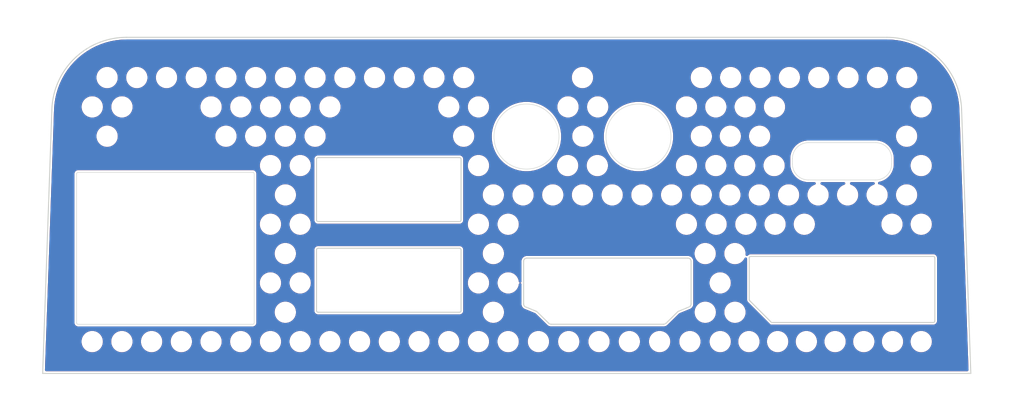
<source format=kicad_pcb>
(kicad_pcb (version 20241229) (generator "pcbnew") (generator_version "9.0")
  (title_block (title "Rear Panel") (date "2025-07-30") (rev "V1.2") (company "Diode Drop Designs"))
  (layers (0 "F.Cu" signal) (2 "B.Cu" signal) (13 "F.Paste" user) (15 "B.Paste" user) (5 "F.SilkS" user "F.Silkscreen") (7 "B.SilkS" user "B.Silkscreen") (1 "F.Mask" user) (3 "B.Mask" user) (25 "Edge.Cuts" user))
  (net 0 "")
  (footprint "" (layer "F.Cu") (at 169.894286 95.67)
    (property "Reference" "256" (hide yes))
    (property "Value" "")
    (pad "" np_thru_hole circle (at 0 0.35) (size 1.5 1.5) (drill 1.5) (layers "*.Cu" "*.Mask"))
  )
  (footprint "" (layer "F.Cu") (at 109.825 70.92)
    (property "Reference" "182" (hide yes))
    (property "Value" "")
    (pad "" np_thru_hole circle (at 0 0.35) (size 1.5 1.5) (drill 1.5) (layers "*.Cu" "*.Mask"))
  )
  (footprint "" (layer "F.Cu") (at 140.46 76.42)
    (property "Reference" "231" (hide yes))
    (property "Value" "")
    (pad "" np_thru_hole circle (at 0 0.35) (size 1.5 1.5) (drill 1.5) (layers "*.Cu" "*.Mask"))
  )
  (footprint "" (layer "F.Cu") (at 125.1375 84.67)
    (property "Reference" "219" (hide yes))
    (property "Value" "")
    (pad "" np_thru_hole circle (at 0 0.35) (size 1.5 1.5) (drill 1.5) (layers "*.Cu" "*.Mask"))
  )
  (footprint "" (layer "F.Cu") (at 153.151857 95.67)
    (property "Reference" "227" (hide yes))
    (property "Value" "")
    (pad "" np_thru_hole circle (at 0 0.35) (size 1.5 1.5) (drill 1.5) (layers "*.Cu" "*.Mask"))
  )
  (footprint "" (layer "F.Cu") (at 179.246 70.92)
    (property "Reference" "237" (hide yes))
    (property "Value" "")
    (pad "" np_thru_hole circle (at 0 0.35) (size 1.5 1.5) (drill 1.5) (layers "*.Cu" "*.Mask"))
  )
  (footprint "" (layer "F.Cu") (at 166.812875 79.17)
    (property "Reference" "230" (hide yes))
    (property "Value" "")
    (pad "" np_thru_hole circle (at 0 0.35) (size 1.5 1.5) (drill 1.5) (layers "*.Cu" "*.Mask"))
  )
  (footprint "" (layer "F.Cu") (at 125.1375 90.17)
    (property "Reference" "167" (hide yes))
    (property "Value" "")
    (pad "" np_thru_hole circle (at 0 0.35) (size 1.5 1.5) (drill 1.5) (layers "*.Cu" "*.Mask"))
  )
  (footprint "" (layer "F.Cu") (at 119.5675 95.67)
    (property "Reference" "273" (hide yes))
    (property "Value" "")
    (pad "" np_thru_hole circle (at 0 0.35) (size 1.5 1.5) (drill 1.5) (layers "*.Cu" "*.Mask"))
  )
  (footprint "" (layer "F.Cu") (at 116.7875 73.67)
    (property "Reference" "187" (hide yes))
    (property "Value" "")
    (pad "" np_thru_hole circle (at 0 0.35) (size 1.5 1.5) (drill 1.5) (layers "*.Cu" "*.Mask"))
  )
  (footprint "" (layer "F.Cu") (at 161.3475 79.17)
    (property "Reference" "253" (hide yes))
    (property "Value" "")
    (pad "" np_thru_hole circle (at 0 0.35) (size 1.5 1.5) (drill 1.5) (layers "*.Cu" "*.Mask"))
  )
  (footprint "LOGO" (layer "F.Cu") (at 153.932 85.91)
    (property "Reference" "G***" (hide yes))
    (property "Value" "LOGO" (hide yes))
  )
  (footprint "" (layer "F.Cu") (at 164.098125 73.67)
    (property "Reference" "239" (hide yes))
    (property "Value" "")
    (pad "" np_thru_hole circle (at 0 0.35) (size 1.5 1.5) (drill 1.5) (layers "*.Cu" "*.Mask"))
  )
  (footprint "" (layer "F.Cu") (at 122.3575 79.17)
    (property "Reference" "166" (hide yes))
    (property "Value" "")
    (pad "" np_thru_hole circle (at 0 0.35) (size 1.5 1.5) (drill 1.5) (layers "*.Cu" "*.Mask"))
  )
  (footprint "" (layer "F.Cu") (at 154.385 81.92)
    (property "Reference" "145" (hide yes))
    (property "Value" "")
    (pad "" np_thru_hole circle (at 0 0.35) (size 1.5 1.5) (drill 1.5) (layers "*.Cu" "*.Mask"))
  )
  (footprint "" (layer "F.Cu") (at 144.6325 84.67)
    (property "Reference" "248" (hide yes))
    (property "Value" "")
    (pad "" np_thru_hole circle (at 0 0.35) (size 1.5 1.5) (drill 1.5) (layers "*.Cu" "*.Mask"))
  )
  (footprint "" (layer "F.Cu") (at 176.495 70.92)
    (property "Reference" "236" (hide yes))
    (property "Value" "")
    (pad "" np_thru_hole circle (at 0 0.35) (size 1.5 1.5) (drill 1.5) (layers "*.Cu" "*.Mask"))
  )
  (footprint "" (layer "F.Cu") (at 105.6475 73.67)
    (property "Reference" "191" (hide yes))
    (property "Value" "")
    (pad "" np_thru_hole circle (at 0 0.35) (size 1.5 1.5) (drill 1.5) (layers "*.Cu" "*.Mask"))
  )
  (footprint "" (layer "F.Cu") (at 141.8475 95.67)
    (property "Reference" "214" (hide yes))
    (property "Value" "")
    (pad "" np_thru_hole circle (at 0 0.35) (size 1.5 1.5) (drill 1.5) (layers "*.Cu" "*.Mask"))
  )
  (footprint "" (layer "F.Cu") (at 161.3475 73.67)
    (property "Reference" "238" (hide yes))
    (property "Value" "")
    (pad "" np_thru_hole circle (at 0 0.35) (size 1.5 1.5) (drill 1.5) (layers "*.Cu" "*.Mask"))
  )
  (footprint "" (layer "F.Cu") (at 125.1375 95.67)
    (property "Reference" "201" (hide yes))
    (property "Value" "")
    (pad "" np_thru_hole circle (at 0 0.35) (size 1.5 1.5) (drill 1.5) (layers "*.Cu" "*.Mask"))
  )
  (footprint "" (layer "F.Cu") (at 173.744 70.92)
    (property "Reference" "234" (hide yes))
    (property "Value" "")
    (pad "" np_thru_hole circle (at 0 0.35) (size 1.5 1.5) (drill 1.5) (layers "*.Cu" "*.Mask"))
  )
  (footprint "" (layer "F.Cu") (at 143.245 81.92)
    (property "Reference" "143" (hide yes))
    (property "Value" "")
    (pad "" np_thru_hole circle (at 0 0.35) (size 1.5 1.5) (drill 1.5) (layers "*.Cu" "*.Mask"))
  )
  (footprint "" (layer "F.Cu") (at 180.660857 95.67)
    (property "Reference" "262" (hide yes))
    (property "Value" "")
    (pad "" np_thru_hole circle (at 0 0.35) (size 1.5 1.5) (drill 1.5) (layers "*.Cu" "*.Mask"))
  )
  (footprint "" (layer "F.Cu") (at 143.245 87.42)
    (property "Reference" "225" (hide yes))
    (property "Value" "")
    (pad "" np_thru_hole circle (at 0 0.35) (size 1.5 1.5) (drill 1.5) (layers "*.Cu" "*.Mask"))
  )
  (footprint "" (layer "F.Cu") (at 141.8525 90.17)
    (property "Reference" "166" (hide yes))
    (property "Value" "")
    (pad "" np_thru_hole circle (at 0 0.35) (size 1.5 1.5) (drill 1.5) (layers "*.Cu" "*.Mask"))
  )
  (footprint "" (layer "F.Cu") (at 169.6525 84.67)
    (property "Reference" "267" (hide yes))
    (property "Value" "")
    (pad "" np_thru_hole circle (at 0 0.35) (size 1.5 1.5) (drill 1.5) (layers "*.Cu" "*.Mask"))
  )
  (footprint "" (layer "F.Cu") (at 151.635 76.42)
    (property "Reference" "194" (hide yes))
    (property "Value" "")
    (pad "" np_thru_hole circle (at 0 0.35) (size 1.5 1.5) (drill 1.5) (layers "*.Cu" "*.Mask"))
  )
  (footprint "" (layer "F.Cu") (at 112.61 70.92)
    (property "Reference" "180" (hide yes))
    (property "Value" "")
    (pad "" np_thru_hole circle (at 0 0.35) (size 1.5 1.5) (drill 1.5) (layers "*.Cu" "*.Mask"))
  )
  (footprint "" (layer "F.Cu") (at 119.5725 73.67)
    (property "Reference" "186" (hide yes))
    (property "Value" "")
    (pad "" np_thru_hole circle (at 0 0.35) (size 1.5 1.5) (drill 1.5) (layers "*.Cu" "*.Mask"))
  )
  (footprint "" (layer "F.Cu") (at 134.895 70.92)
    (property "Reference" "203" (hide yes))
    (property "Value" "")
    (pad "" np_thru_hole circle (at 0 0.35) (size 1.5 1.5) (drill 1.5) (layers "*.Cu" "*.Mask"))
  )
  (footprint "" (layer "F.Cu") (at 122.3575 73.67)
    (property "Reference" "185" (hide yes))
    (property "Value" "")
    (pad "" np_thru_hole circle (at 0 0.35) (size 1.5 1.5) (drill 1.5) (layers "*.Cu" "*.Mask"))
  )
  (footprint "" (layer "F.Cu") (at 150.312071 95.67)
    (property "Reference" "222" (hide yes))
    (property "Value" "")
    (pad "" np_thru_hole circle (at 0 0.35) (size 1.5 1.5) (drill 1.5) (layers "*.Cu" "*.Mask"))
  )
  (footprint "" (layer "F.Cu") (at 157.17 81.92)
    (property "Reference" "146" (hide yes))
    (property "Value" "")
    (pad "" np_thru_hole circle (at 0 0.35) (size 1.5 1.5) (drill 1.5) (layers "*.Cu" "*.Mask"))
  )
  (footprint "" (layer "F.Cu") (at 165.8935 92.92)
    (property "Reference" "266" (hide yes))
    (property "Value" "")
    (pad "" np_thru_hole circle (at 0 0.35) (size 1.5 1.5) (drill 1.5) (layers "*.Cu" "*.Mask"))
  )
  (footprint "" (layer "F.Cu") (at 127.9225 95.67)
    (property "Reference" "209" (hide yes))
    (property "Value" "")
    (pad "" np_thru_hole circle (at 0 0.35) (size 1.5 1.5) (drill 1.5) (layers "*.Cu" "*.Mask"))
  )
  (footprint "" (layer "F.Cu") (at 120.965 76.42)
    (property "Reference" "195" (hide yes))
    (property "Value" "")
    (pad "" np_thru_hole circle (at 0 0.35) (size 1.5 1.5) (drill 1.5) (layers "*.Cu" "*.Mask"))
  )
  (footprint "" (layer "F.Cu") (at 126.535 76.42)
    (property "Reference" "217" (hide yes))
    (property "Value" "")
    (pad "" np_thru_hole circle (at 0 0.35) (size 1.5 1.5) (drill 1.5) (layers "*.Cu" "*.Mask"))
  )
  (footprint "LOGO" (layer "F.Cu") (at 175.93 85.560033)
    (property "Reference" "G***" (hide yes))
    (property "Value" "LOGO" (hide yes))
  )
  (footprint "" (layer "F.Cu") (at 169.5635 79.17)
    (property "Reference" "230" (hide yes))
    (property "Value" "")
    (pad "" np_thru_hole circle (at 0 0.35) (size 1.5 1.5) (drill 1.5) (layers "*.Cu" "*.Mask"))
  )
  (footprint "" (layer "F.Cu") (at 143.245 92.92)
    (property "Reference" "158" (hide yes))
    (property "Value" "")
    (pad "" np_thru_hole circle (at 0 0.35) (size 1.5 1.5) (drill 1.5) (layers "*.Cu" "*.Mask"))
  )
  (footprint "" (layer "F.Cu") (at 151.6 70.92)
    (property "Reference" "216" (hide yes))
    (property "Value" "")
    (pad "" np_thru_hole circle (at 0 0.35) (size 1.5 1.5) (drill 1.5) (layers "*.Cu" "*.Mask"))
  )
  (footprint "" (layer "F.Cu") (at 140.465 70.92)
    (property "Reference" "207" (hide yes))
    (property "Value" "")
    (pad "" np_thru_hole circle (at 0 0.35) (size 1.5 1.5) (drill 1.5) (layers "*.Cu" "*.Mask"))
  )
  (footprint "" (layer "F.Cu") (at 168.206125 76.42)
    (property "Reference" "230" (hide yes))
    (property "Value" "")
    (pad "" np_thru_hole circle (at 0 0.35) (size 1.5 1.5) (drill 1.5) (layers "*.Cu" "*.Mask"))
  )
  (footprint "" (layer "F.Cu") (at 172.585929 95.67)
    (property "Reference" "259" (hide yes))
    (property "Value" "")
    (pad "" np_thru_hole circle (at 0 0.35) (size 1.5 1.5) (drill 1.5) (layers "*.Cu" "*.Mask"))
  )
  (footprint "" (layer "F.Cu") (at 147.472286 95.67)
    (property "Reference" "220" (hide yes))
    (property "Value" "")
    (pad "" np_thru_hole circle (at 0 0.35) (size 1.5 1.5) (drill 1.5) (layers "*.Cu" "*.Mask"))
  )
  (footprint "" (layer "F.Cu") (at 170.920875 81.92)
    (property "Reference" "263" (hide yes))
    (property "Value" "")
    (pad "" np_thru_hole circle (at 0 0.35) (size 1.5 1.5) (drill 1.5) (layers "*.Cu" "*.Mask"))
  )
  (footprint "" (layer "F.Cu") (at 163.1035 87.42)
    (property "Reference" "265" (hide yes))
    (property "Value" "")
    (pad "" np_thru_hole circle (at 0 0.35) (size 1.5 1.5) (drill 1.5) (layers "*.Cu" "*.Mask"))
  )
  (footprint "" (layer "F.Cu") (at 175.277571 95.67)
    (property "Reference" "260" (hide yes))
    (property "Value" "")
    (pad "" np_thru_hole circle (at 0 0.35) (size 1.5 1.5) (drill 1.5) (layers "*.Cu" "*.Mask"))
  )
  (footprint "" (layer "F.Cu") (at 162.74 70.92)
    (property "Reference" "226" (hide yes))
    (property "Value" "")
    (pad "" np_thru_hole circle (at 0 0.35) (size 1.5 1.5) (drill 1.5) (layers "*.Cu" "*.Mask"))
  )
  (footprint "" (layer "F.Cu") (at 108.4275 95.67)
    (property "Reference" "279" (hide yes))
    (property "Value" "")
    (pad "" np_thru_hole circle (at 0 0.35) (size 1.5 1.5) (drill 1.5) (layers "*.Cu" "*.Mask"))
  )
  (footprint "" (layer "F.Cu") (at 180.6125 84.67)
    (property "Reference" "268" (hide yes))
    (property "Value" "")
    (pad "" np_thru_hole circle (at 0 0.35) (size 1.5 1.5) (drill 1.5) (layers "*.Cu" "*.Mask"))
  )
  (footprint "" (layer "F.Cu") (at 141.8525 79.17)
    (property "Reference" "235" (hide yes))
    (property "Value" "")
    (pad "" np_thru_hole circle (at 0 0.35) (size 1.5 1.5) (drill 1.5) (layers "*.Cu" "*.Mask"))
  )
  (footprint "" (layer "F.Cu") (at 165.419625 81.92)
    (property "Reference" "240" (hide yes))
    (property "Value" "")
    (pad "" np_thru_hole circle (at 0 0.35) (size 1.5 1.5) (drill 1.5) (layers "*.Cu" "*.Mask"))
  )
  (footprint "" (layer "F.Cu") (at 179.217094 81.92)
    (property "Reference" "241" (hide yes))
    (property "Value" "")
    (pad "" np_thru_hole circle (at 0 0.35) (size 1.5 1.5) (drill 1.5) (layers "*.Cu" "*.Mask"))
  )
  (footprint "" (layer "F.Cu") (at 150.2075 79.17)
    (property "Reference" "244" (hide yes))
    (property "Value" "")
    (pad "" np_thru_hole circle (at 0 0.35) (size 1.5 1.5) (drill 1.5) (layers "*.Cu" "*.Mask"))
  )
  (footprint "" (layer "F.Cu") (at 181.997 70.92)
    (property "Reference" "258" (hide yes))
    (property "Value" "")
    (pad "" np_thru_hole circle (at 0 0.35) (size 1.5 1.5) (drill 1.5) (layers "*.Cu" "*.Mask"))
  )
  (footprint "" (layer "F.Cu") (at 132.11 70.92)
    (property "Reference" "199" (hide yes))
    (property "Value" "")
    (pad "" np_thru_hole circle (at 0 0.35) (size 1.5 1.5) (drill 1.5) (layers "*.Cu" "*.Mask"))
  )
  (footprint "LOGO" (layer "F.Cu") (at 112.265 76.923)
    (property "Reference" "G***" (hide yes))
    (property "Value" "LOGO" (hide yes))
  )
  (footprint "" (layer "F.Cu") (at 168.17025 81.92)
    (property "Reference" "240" (hide yes))
    (property "Value" "")
    (pad "" np_thru_hole circle (at 0 0.35) (size 1.5 1.5) (drill 1.5) (layers "*.Cu" "*.Mask"))
  )
  (footprint "" (layer "F.Cu") (at 164.511 95.67)
    (property "Reference" "252" (hide yes))
    (property "Value" "")
    (pad "" np_thru_hole circle (at 0 0.35) (size 1.5 1.5) (drill 1.5) (layers "*.Cu" "*.Mask"))
  )
  (footprint "" (layer "F.Cu") (at 137.68 70.92)
    (property "Reference" "205" (hide yes))
    (property "Value" "")
    (pad "" np_thru_hole circle (at 0 0.35) (size 1.5 1.5) (drill 1.5) (layers "*.Cu" "*.Mask"))
  )
  (footprint "" (layer "F.Cu") (at 107.04 70.92)
    (property "Reference" "184" (hide yes))
    (property "Value" "")
    (pad "" np_thru_hole circle (at 0 0.35) (size 1.5 1.5) (drill 1.5) (layers "*.Cu" "*.Mask"))
  )
  (footprint "" (layer "F.Cu") (at 148.815 81.92)
    (property "Reference" "141" (hide yes))
    (property "Value" "")
    (pad "" np_thru_hole circle (at 0 0.35) (size 1.5 1.5) (drill 1.5) (layers "*.Cu" "*.Mask"))
  )
  (footprint "" (layer "F.Cu") (at 105.6425 95.67)
    (property "Reference" "280" (hide yes))
    (property "Value" "")
    (pad "" np_thru_hole circle (at 0 0.35) (size 1.5 1.5) (drill 1.5) (layers "*.Cu" "*.Mask"))
  )
  (footprint "" (layer "F.Cu") (at 123.755 70.92)
    (property "Reference" "188" (hide yes))
    (property "Value" "")
    (pad "" np_thru_hole circle (at 0 0.35) (size 1.5 1.5) (drill 1.5) (layers "*.Cu" "*.Mask"))
  )
  (footprint "LOGO" (layer "F.Cu") (at 146.35 70.79)
    (property "Reference" "G***" (hide yes))
    (property "Value" "LOGO" (hide yes))
  )
  (footprint "" (layer "F.Cu") (at 122.3525 84.67)
    (property "Reference" "170" (hide yes))
    (property "Value" "")
    (pad "" np_thru_hole circle (at 0 0.35) (size 1.5 1.5) (drill 1.5) (layers "*.Cu" "*.Mask"))
  )
  (footprint "" (layer "F.Cu") (at 164.1275 84.67)
    (property "Reference" "265" (hide yes))
    (property "Value" "")
    (pad "" np_thru_hole circle (at 0 0.35) (size 1.5 1.5) (drill 1.5) (layers "*.Cu" "*.Mask"))
  )
  (footprint "" (layer "F.Cu") (at 183.3525 73.67)
    (property "Reference" "250" (hide yes))
    (property "Value" "")
    (pad "" np_thru_hole circle (at 0 0.35) (size 1.5 1.5) (drill 1.5) (layers "*.Cu" "*.Mask"))
  )
  (footprint "" (layer "F.Cu") (at 162.74 76.42)
    (property "Reference" "249" (hide yes))
    (property "Value" "")
    (pad "" np_thru_hole circle (at 0 0.35) (size 1.5 1.5) (drill 1.5) (layers "*.Cu" "*.Mask"))
  )
  (footprint "" (layer "F.Cu") (at 144.6325 95.67)
    (property "Reference" "218" (hide yes))
    (property "Value" "")
    (pad "" np_thru_hole circle (at 0 0.35) (size 1.5 1.5) (drill 1.5) (layers "*.Cu" "*.Mask"))
  )
  (footprint "" (layer "F.Cu") (at 118.18 70.92)
    (property "Reference" "176" (hide yes))
    (property "Value" "")
    (pad "" np_thru_hole circle (at 0 0.35) (size 1.5 1.5) (drill 1.5) (layers "*.Cu" "*.Mask"))
  )
  (footprint "" (layer "F.Cu") (at 139.0625 95.67)
    (property "Reference" "213" (hide yes))
    (property "Value" "")
    (pad "" np_thru_hole circle (at 0 0.35) (size 1.5 1.5) (drill 1.5) (layers "*.Cu" "*.Mask"))
  )
  (footprint "" (layer "F.Cu") (at 141.8475 84.67)
    (property "Reference" "243" (hide yes))
    (property "Value" "")
    (pad "" np_thru_hole circle (at 0 0.35) (size 1.5 1.5) (drill 1.5) (layers "*.Cu" "*.Mask"))
  )
  (footprint "" (layer "F.Cu") (at 183.3525 79.17)
    (property "Reference" "254" (hide yes))
    (property "Value" "")
    (pad "" np_thru_hole circle (at 0 0.35) (size 1.5 1.5) (drill 1.5) (layers "*.Cu" "*.Mask"))
  )
  (footprint "" (layer "F.Cu") (at 150.2425 73.67)
    (property "Reference" "185" (hide yes))
    (property "Value" "")
    (pad "" np_thru_hole circle (at 0 0.35) (size 1.5 1.5) (drill 1.5) (layers "*.Cu" "*.Mask"))
  )
  (footprint "" (layer "F.Cu") (at 123.75 76.42)
    (property "Reference" "215" (hide yes))
    (property "Value" "")
    (pad "" np_thru_hole circle (at 0 0.35) (size 1.5 1.5) (drill 1.5) (layers "*.Cu" "*.Mask"))
  )
  (footprint "" (layer "F.Cu") (at 164.098125 79.17)
    (property "Reference" "239" (hide yes))
    (property "Value" "")
    (pad "" np_thru_hole circle (at 0 0.35) (size 1.5 1.5) (drill 1.5) (layers "*.Cu" "*.Mask"))
  )
  (footprint "" (layer "F.Cu") (at 155.991643 95.67)
    (property "Reference" "229" (hide yes))
    (property "Value" "")
    (pad "" np_thru_hole circle (at 0 0.35) (size 1.5 1.5) (drill 1.5) (layers "*.Cu" "*.Mask"))
  )
  (footprint "" (layer "F.Cu") (at 125.1425 73.67)
    (property "Reference" "172" (hide yes))
    (property "Value" "")
    (pad "" np_thru_hole circle (at 0 0.35) (size 1.5 1.5) (drill 1.5) (layers "*.Cu" "*.Mask"))
  )
  (footprint "" (layer "F.Cu") (at 170.993 70.92)
    (property "Reference" "232" (hide yes))
    (property "Value" "")
    (pad "" np_thru_hole circle (at 0 0.35) (size 1.5 1.5) (drill 1.5) (layers "*.Cu" "*.Mask"))
  )
  (footprint "LOGO" (layer "F.Cu") (at 133.45 76.267)
    (property "Reference" "G***" (hide yes))
    (property "Value" "LOGO" (hide yes))
  )
  (footprint "" (layer "F.Cu") (at 161.3425 84.67)
    (property "Reference" "264" (hide yes))
    (property "Value" "")
    (pad "" np_thru_hole circle (at 0 0.35) (size 1.5 1.5) (drill 1.5) (layers "*.Cu" "*.Mask"))
  )
  (footprint "" (layer "F.Cu") (at 176.451688 81.92)
    (property "Reference" "271" (hide yes))
    (property "Value" "")
    (pad "" np_thru_hole circle (at 0 0.35) (size 1.5 1.5) (drill 1.5) (layers "*.Cu" "*.Mask"))
  )
  (footprint "" (layer "F.Cu") (at 167.202643 95.67)
    (property "Reference" "245" (hide yes))
    (property "Value" "")
    (pad "" np_thru_hole circle (at 0 0.35) (size 1.5 1.5) (drill 1.5) (layers "*.Cu" "*.Mask"))
  )
  (footprint "" (layer "F.Cu") (at 166.84875 73.67)
    (property "Reference" "230" (hide yes))
    (property "Value" "")
    (pad "" np_thru_hole circle (at 0 0.35) (size 1.5 1.5) (drill 1.5) (layers "*.Cu" "*.Mask"))
  )
  (footprint "" (layer "F.Cu") (at 165.8885 87.42)
    (property "Reference" "266" (hide yes))
    (property "Value" "")
    (pad "" np_thru_hole circle (at 0 0.35) (size 1.5 1.5) (drill 1.5) (layers "*.Cu" "*.Mask"))
  )
  (footprint "" (layer "F.Cu") (at 122.3525 95.67)
    (property "Reference" "270" (hide yes))
    (property "Value" "")
    (pad "" np_thru_hole circle (at 0 0.35) (size 1.5 1.5) (drill 1.5) (layers "*.Cu" "*.Mask"))
  )
  (footprint "" (layer "F.Cu") (at 136.2775 95.67)
    (property "Reference" "212" (hide yes))
    (property "Value" "")
    (pad "" np_thru_hole circle (at 0 0.35) (size 1.5 1.5) (drill 1.5) (layers "*.Cu" "*.Mask"))
  )
  (footprint "LOGO" (layer "F.Cu") (at 172.435765 74.512773)
    (property "Reference" "G***" (hide yes))
    (property "Value" "LOGO" (hide yes))
  )
  (footprint "" (layer "F.Cu") (at 127.9275 73.67)
    (property "Reference" "173" (hide yes))
    (property "Value" "")
    (pad "" np_thru_hole circle (at 0 0.35) (size 1.5 1.5) (drill 1.5) (layers "*.Cu" "*.Mask"))
  )
  (footprint "" (layer "F.Cu") (at 115.395 70.92)
    (property "Reference" "178" (hide yes))
    (property "Value" "")
    (pad "" np_thru_hole circle (at 0 0.35) (size 1.5 1.5) (drill 1.5) (layers "*.Cu" "*.Mask"))
  )
  (footprint "" (layer "F.Cu") (at 168.242 70.92)
    (property "Reference" "230" (hide yes))
    (property "Value" "")
    (pad "" np_thru_hole circle (at 0 0.35) (size 1.5 1.5) (drill 1.5) (layers "*.Cu" "*.Mask"))
  )
  (footprint "" (layer "F.Cu") (at 164.506 90.17)
    (property "Reference" "252" (hide yes))
    (property "Value" "")
    (pad "" np_thru_hole circle (at 0 0.35) (size 1.5 1.5) (drill 1.5) (layers "*.Cu" "*.Mask"))
  )
  (footprint "" (layer "F.Cu") (at 177.969214 95.67)
    (property "Reference" "261" (hide yes))
    (property "Value" "")
    (pad "" np_thru_hole circle (at 0 0.35) (size 1.5 1.5) (drill 1.5) (layers "*.Cu" "*.Mask"))
  )
  (footprint "" (layer "F.Cu") (at 123.75 81.92)
    (property "Reference" "158" (hide yes))
    (property "Value" "")
    (pad "" np_thru_hole circle (at 0 0.35) (size 1.5 1.5) (drill 1.5) (layers "*.Cu" "*.Mask"))
  )
  (footprint "" (layer "F.Cu") (at 153.0275 73.67)
    (property "Reference" "171" (hide yes))
    (property "Value" "")
    (pad "" np_thru_hole circle (at 0 0.35) (size 1.5 1.5) (drill 1.5) (layers "*.Cu" "*.Mask"))
  )
  (footprint "" (layer "F.Cu") (at 172.3925 84.67)
    (property "Reference" "265" (hide yes))
    (property "Value" "")
    (pad "" np_thru_hole circle (at 0 0.35) (size 1.5 1.5) (drill 1.5) (layers "*.Cu" "*.Mask"))
  )
  (footprint "" (layer "F.Cu") (at 141.8525 73.67)
    (property "Reference" "223" (hide yes))
    (property "Value" "")
    (pad "" np_thru_hole circle (at 0 0.35) (size 1.5 1.5) (drill 1.5) (layers "*.Cu" "*.Mask"))
  )
  (footprint "" (layer "F.Cu") (at 126.535 70.92)
    (property "Reference" "193" (hide yes))
    (property "Value" "")
    (pad "" np_thru_hole circle (at 0 0.35) (size 1.5 1.5) (drill 1.5) (layers "*.Cu" "*.Mask"))
  )
  (footprint "" (layer "F.Cu") (at 163.1085 92.92)
    (property "Reference" "265" (hide yes))
    (property "Value" "")
    (pad "" np_thru_hole circle (at 0 0.35) (size 1.5 1.5) (drill 1.5) (layers "*.Cu" "*.Mask"))
  )
  (footprint "" (layer "F.Cu") (at 130.7075 95.67)
    (property "Reference" "210" (hide yes))
    (property "Value" "")
    (pad "" np_thru_hole circle (at 0 0.35) (size 1.5 1.5) (drill 1.5) (layers "*.Cu" "*.Mask"))
  )
  (footprint "" (layer "F.Cu") (at 108.4325 73.67)
    (property "Reference" "190" (hide yes))
    (property "Value" "")
    (pad "" np_thru_hole circle (at 0 0.35) (size 1.5 1.5) (drill 1.5) (layers "*.Cu" "*.Mask"))
  )
  (footprint "" (layer "F.Cu") (at 166.9125 84.67)
    (property "Reference" "266" (hide yes))
    (property "Value" "")
    (pad "" np_thru_hole circle (at 0 0.35) (size 1.5 1.5) (drill 1.5) (layers "*.Cu" "*.Mask"))
  )
  (footprint "" (layer "F.Cu") (at 181.9825 81.92)
    (property "Reference" "255" (hide yes))
    (property "Value" "")
    (pad "" np_thru_hole circle (at 0 0.35) (size 1.5 1.5) (drill 1.5) (layers "*.Cu" "*.Mask"))
  )
  (footprint "" (layer "F.Cu") (at 139.0675 73.67)
    (property "Reference" "221" (hide yes))
    (property "Value" "")
    (pad "" np_thru_hole circle (at 0 0.35) (size 1.5 1.5) (drill 1.5) (layers "*.Cu" "*.Mask"))
  )
  (footprint "" (layer "F.Cu") (at 113.9975 95.67)
    (property "Reference" "277" (hide yes))
    (property "Value" "")
    (pad "" np_thru_hole circle (at 0 0.35) (size 1.5 1.5) (drill 1.5) (layers "*.Cu" "*.Mask"))
  )
  (footprint "" (layer "F.Cu") (at 151.6 81.92)
    (property "Reference" "165" (hide yes))
    (property "Value" "")
    (pad "" np_thru_hole circle (at 0 0.35) (size 1.5 1.5) (drill 1.5) (layers "*.Cu" "*.Mask"))
  )
  (footprint "" (layer "F.Cu") (at 165.491 70.92)
    (property "Reference" "228" (hide yes))
    (property "Value" "")
    (pad "" np_thru_hole circle (at 0 0.35) (size 1.5 1.5) (drill 1.5) (layers "*.Cu" "*.Mask"))
  )
  (footprint "" (layer "F.Cu") (at 123.745 92.92)
    (property "Reference" "168" (hide yes))
    (property "Value" "")
    (pad "" np_thru_hole circle (at 0 0.35) (size 1.5 1.5) (drill 1.5) (layers "*.Cu" "*.Mask"))
  )
  (footprint "" (layer "F.Cu") (at 158.831429 95.67)
    (property "Reference" "242" (hide yes))
    (property "Value" "")
    (pad "" np_thru_hole circle (at 0 0.35) (size 1.5 1.5) (drill 1.5) (layers "*.Cu" "*.Mask"))
  )
  (footprint "" (layer "F.Cu") (at 165.4555 76.42)
    (property "Reference" "240" (hide yes))
    (property "Value" "")
    (pad "" np_thru_hole circle (at 0 0.35) (size 1.5 1.5) (drill 1.5) (layers "*.Cu" "*.Mask"))
  )
  (footprint "" (layer "F.Cu") (at 161.671214 95.67)
    (property "Reference" "233" (hide yes))
    (property "Value" "")
    (pad "" np_thru_hole circle (at 0 0.35) (size 1.5 1.5) (drill 1.5) (layers "*.Cu" "*.Mask"))
  )
  (footprint "" (layer "F.Cu") (at 116.7825 95.67)
    (property "Reference" "274" (hide yes))
    (property "Value" "")
    (pad "" np_thru_hole circle (at 0 0.35) (size 1.5 1.5) (drill 1.5) (layers "*.Cu" "*.Mask"))
  )
  (footprint "LOGO" (layer "F.Cu") (at 156.85 70.87)
    (property "Reference" "G***" (hide yes))
    (property "Value" "LOGO" (hide yes))
  )
  (footprint "" (layer "F.Cu") (at 118.18 76.42)
    (property "Reference" "196" (hide yes))
    (property "Value" "")
    (pad "" np_thru_hole circle (at 0 0.35) (size 1.5 1.5) (drill 1.5) (layers "*.Cu" "*.Mask"))
  )
  (footprint "" (layer "F.Cu") (at 159.955 81.92)
    (property "Reference" "147" (hide yes))
    (property "Value" "")
    (pad "" np_thru_hole circle (at 0 0.35) (size 1.5 1.5) (drill 1.5) (layers "*.Cu" "*.Mask"))
  )
  (footprint "" (layer "F.Cu") (at 125.1425 79.17)
    (property "Reference" "192" (hide yes))
    (property "Value" "")
    (pad "" np_thru_hole circle (at 0 0.35) (size 1.5 1.5) (drill 1.5) (layers "*.Cu" "*.Mask"))
  )
  (footprint "" (layer "F.Cu") (at 120.965 70.92)
    (property "Reference" "174" (hide yes))
    (property "Value" "")
    (pad "" np_thru_hole circle (at 0 0.35) (size 1.5 1.5) (drill 1.5) (layers "*.Cu" "*.Mask"))
  )
  (footprint "" (layer "F.Cu") (at 181.9825 76.42)
    (property "Reference" "251" (hide yes))
    (property "Value" "")
    (pad "" np_thru_hole circle (at 0 0.35) (size 1.5 1.5) (drill 1.5) (layers "*.Cu" "*.Mask"))
  )
  (footprint "" (layer "F.Cu") (at 107.04 76.42)
    (property "Reference" "200" (hide yes))
    (property "Value" "")
    (pad "" np_thru_hole circle (at 0 0.35) (size 1.5 1.5) (drill 1.5) (layers "*.Cu" "*.Mask"))
  )
  (footprint "" (layer "F.Cu") (at 123.745 87.42)
    (property "Reference" "225" (hide yes))
    (property "Value" "")
    (pad "" np_thru_hole circle (at 0 0.35) (size 1.5 1.5) (drill 1.5) (layers "*.Cu" "*.Mask"))
  )
  (footprint "" (layer "F.Cu") (at 169.599375 73.67)
    (property "Reference" "241" (hide yes))
    (property "Value" "")
    (pad "" np_thru_hole circle (at 0 0.35) (size 1.5 1.5) (drill 1.5) (layers "*.Cu" "*.Mask"))
  )
  (footprint "" (layer "F.Cu") (at 146.03 81.92)
    (property "Reference" "142" (hide yes))
    (property "Value" "")
    (pad "" np_thru_hole circle (at 0 0.35) (size 1.5 1.5) (drill 1.5) (layers "*.Cu" "*.Mask"))
  )
  (footprint "" (layer "F.Cu") (at 183.3525 95.67)
    (property "Reference" "246" (hide yes))
    (property "Value" "")
    (pad "" np_thru_hole circle (at 0 0.35) (size 1.5 1.5) (drill 1.5) (layers "*.Cu" "*.Mask"))
  )
  (footprint "" (layer "F.Cu") (at 133.4925 95.67)
    (property "Reference" "211" (hide yes))
    (property "Value" "")
    (pad "" np_thru_hole circle (at 0 0.35) (size 1.5 1.5) (drill 1.5) (layers "*.Cu" "*.Mask"))
  )
  (footprint "" (layer "F.Cu") (at 162.74 81.92)
    (property "Reference" "148" (hide yes))
    (property "Value" "")
    (pad "" np_thru_hole circle (at 0 0.35) (size 1.5 1.5) (drill 1.5) (layers "*.Cu" "*.Mask"))
  )
  (footprint "" (layer "F.Cu") (at 183.3525 84.67)
    (property "Reference" "257" (hide yes))
    (property "Value" "")
    (pad "" np_thru_hole circle (at 0 0.35) (size 1.5 1.5) (drill 1.5) (layers "*.Cu" "*.Mask"))
  )
  (footprint "" (layer "F.Cu") (at 111.2125 95.67)
    (property "Reference" "278" (hide yes))
    (property "Value" "")
    (pad "" np_thru_hole circle (at 0 0.35) (size 1.5 1.5) (drill 1.5) (layers "*.Cu" "*.Mask"))
  )
  (footprint "" (layer "F.Cu") (at 152.9925 79.17)
    (property "Reference" "247" (hide yes))
    (property "Value" "")
    (pad "" np_thru_hole circle (at 0 0.35) (size 1.5 1.5) (drill 1.5) (layers "*.Cu" "*.Mask"))
  )
  (footprint "" (layer "F.Cu") (at 144.6375 90.17)
    (property "Reference" "167" (hide yes))
    (property "Value" "")
    (pad "" np_thru_hole circle (at 0 0.35) (size 1.5 1.5) (drill 1.5) (layers "*.Cu" "*.Mask"))
  )
  (footprint "" (layer "F.Cu") (at 129.325 70.92)
    (property "Reference" "197" (hide yes))
    (property "Value" "")
    (pad "" np_thru_hole circle (at 0 0.35) (size 1.5 1.5) (drill 1.5) (layers "*.Cu" "*.Mask"))
  )
  (footprint "" (layer "F.Cu") (at 122.3525 90.17)
    (property "Reference" "166" (hide yes))
    (property "Value" "")
    (pad "" np_thru_hole circle (at 0 0.35) (size 1.5 1.5) (drill 1.5) (layers "*.Cu" "*.Mask"))
  )
  (footprint "" (layer "F.Cu") (at 173.686281 81.92)
    (property "Reference" "269" (hide yes))
    (property "Value" "")
    (pad "" np_thru_hole circle (at 0 0.35) (size 1.5 1.5) (drill 1.5) (layers "*.Cu" "*.Mask"))
  )
  (gr_line (start 161.781978 88.498633) (end 161.781978 92.4934) (stroke (width 0.1)) (layer "Edge.Cuts"))
  (gr_arc (start 104.33 94.4) (mid 104.223934 94.356066) (end 104.18 94.25) (stroke (width 0.05)) (layer "Edge.Cuts"))
  (gr_line (start 171.28 79.375) (end 171.28 78.875) (stroke (width 0.05)) (layer "Edge.Cuts"))
  (gr_line (start 167.230033 88.18) (end 167.230033 92.0759) (stroke (width 0.1)) (layer "Edge.Cuts"))
  (gr_line (start 140.22 87.42) (end 140.22 93.12) (stroke (width 0.1)) (layer "Edge.Cuts"))
  (gr_line (start 180.58 79.37) (end 180.58 78.87) (stroke (width 0.05)) (layer "Edge.Cuts"))
  (gr_arc (start 101.864287 74.255649) (mid 103.997391 69.46465) (end 108.86 67.500021) (stroke (width 0.1)) (layer "Edge.Cuts"))
  (gr_arc (start 126.67 87.42) (mid 126.713934 87.313934) (end 126.82 87.27) (stroke (width 0.1)) (layer "Edge.Cuts"))
  (gr_arc (start 148.6545 94.395) (mid 148.541078 94.372758) (end 148.444496 94.309279) (stroke (width 0.1)) (layer "Edge.Cuts"))
  (gr_line (start 140.07 93.27) (end 126.82 93.27) (stroke (width 0.1)) (layer "Edge.Cuts"))
  (gr_line (start 104.18 94.25) (end 104.18 80.3) (stroke (width 0.05)) (layer "Edge.Cuts"))
  (gr_arc (start 140.22 93.12) (mid 140.176066 93.226066) (end 140.07 93.27) (stroke (width 0.1)) (layer "Edge.Cuts"))
  (gr_line (start 126.82 87.27) (end 140.07 87.27) (stroke (width 0.1)) (layer "Edge.Cuts"))
  (gr_circle (center 156.85 76.8) (end 159.9 76.8) (stroke (width 0.05)) (fill no) (layer "Edge.Cuts"))
  (gr_line (start 140.07 84.77) (end 126.82 84.77) (stroke (width 0.1)) (layer "Edge.Cuts"))
  (gr_line (start 187.134522 74.26) (end 188 99) (stroke (width 0.1)) (layer "Edge.Cuts"))
  (gr_line (start 169.322033 94.230033) (end 184.48 94.230033) (stroke (width 0.1)) (layer "Edge.Cuts"))
  (gr_line (start 101 99) (end 101.864287 74.255649) (stroke (width 0.1)) (layer "Edge.Cuts"))
  (gr_line (start 184.630033 88.180033) (end 184.630033 94.08) (stroke (width 0.1)) (layer "Edge.Cuts"))
  (gr_line (start 126.67 93.12) (end 126.67 87.42) (stroke (width 0.1)) (layer "Edge.Cuts"))
  (gr_line (start 120.83 80.3) (end 120.83 94.25) (stroke (width 0.05)) (layer "Edge.Cuts"))
  (gr_arc (start 167.27395 92.18195) (mid 167.241451 92.133304) (end 167.230052 92.0759) (stroke (width 0.1)) (layer "Edge.Cuts"))
  (gr_line (start 126.82 78.77) (end 140.07 78.77) (stroke (width 0.1)) (layer "Edge.Cuts"))
  (gr_arc (start 160.51474 93.236377) (mid 160.560955 93.199219) (end 160.608779 93.173856) (stroke (width 0.1)) (layer "Edge.Cuts"))
  (gr_line (start 120.68 94.4) (end 104.33 94.4) (stroke (width 0.05)) (layer "Edge.Cuts"))
  (gr_arc (start 140.22 84.62) (mid 140.176066 84.726066) (end 140.07 84.77) (stroke (width 0.1)) (layer "Edge.Cuts"))
  (gr_line (start 160.608779 93.173856) (end 161.595347 92.771176) (stroke (width 0.1)) (layer "Edge.Cuts"))
  (gr_arc (start 120.83 94.25) (mid 120.786066 94.356066) (end 120.68 94.4) (stroke (width 0.05)) (layer "Edge.Cuts"))
  (gr_circle (center 146.35 76.8) (end 149.4 76.8) (stroke (width 0.05)) (fill no) (layer "Edge.Cuts"))
  (gr_arc (start 179.08 77.37) (mid 180.140659 77.80934) (end 180.58 78.87) (stroke (width 0.05)) (layer "Edge.Cuts"))
  (gr_arc (start 140.07 87.27) (mid 140.176066 87.313934) (end 140.22 87.42) (stroke (width 0.1)) (layer "Edge.Cuts"))
  (gr_line (start 108.86 67.5) (end 180.1385 67.500001) (stroke (width 0.1)) (layer "Edge.Cuts"))
  (gr_line (start 179.08 80.87) (end 172.78 80.87) (stroke (width 0.05)) (layer "Edge.Cuts"))
  (gr_line (start 104.33 80.15) (end 120.68 80.15) (stroke (width 0.05)) (layer "Edge.Cuts"))
  (gr_arc (start 171.28 78.87) (mid 171.71934 77.80934) (end 172.78 77.37) (stroke (width 0.05)) (layer "Edge.Cuts"))
  (gr_arc (start 161.781978 92.4934) (mid 161.730993 92.660737) (end 161.595347 92.771176) (stroke (width 0.1)) (layer "Edge.Cuts"))
  (gr_line (start 160.51474 93.236377) (end 159.422 94.309376) (stroke (width 0.1)) (layer "Edge.Cuts"))
  (gr_arc (start 126.82 93.27) (mid 126.713934 93.226066) (end 126.67 93.12) (stroke (width 0.1)) (layer "Edge.Cuts"))
  (gr_line (start 167.38 88.030033) (end 184.48 88.030033) (stroke (width 0.1)) (layer "Edge.Cuts"))
  (gr_arc (start 120.68 80.15) (mid 120.786066 80.193934) (end 120.83 80.3) (stroke (width 0.05)) (layer "Edge.Cuts"))
  (gr_line (start 140.22 78.92) (end 140.22 84.62) (stroke (width 0.1)) (layer "Edge.Cuts"))
  (gr_arc (start 184.48 88.030033) (mid 184.586099 88.073967) (end 184.630033 88.180033) (stroke (width 0.1)) (layer "Edge.Cuts"))
  (gr_arc (start 104.18 80.3) (mid 104.223934 80.193934) (end 104.33 80.15) (stroke (width 0.05)) (layer "Edge.Cuts"))
  (gr_arc (start 146.081978 88.495) (mid 146.169846 88.282868) (end 146.385633 88.195) (stroke (width 0.1)) (layer "Edge.Cuts"))
  (gr_arc (start 180.1385 67.500001) (mid 185.001109 69.464622) (end 187.134234 74.255678) (stroke (width 0.1)) (layer "Edge.Cuts"))
  (gr_arc (start 167.230033 88.18) (mid 167.273967 88.073967) (end 167.38 88.030033) (stroke (width 0.1)) (layer "Edge.Cuts"))
  (gr_arc (start 184.630033 94.08) (mid 184.586099 94.186099) (end 184.48 94.230033) (stroke (width 0.1)) (layer "Edge.Cuts"))
  (gr_line (start 146.385633 88.195) (end 161.482 88.195) (stroke (width 0.1)) (layer "Edge.Cuts"))
  (gr_arc (start 159.419382 94.309375) (mid 159.322859 94.372793) (end 159.203814 94.395) (stroke (width 0.1)) (layer "Edge.Cuts"))
  (gr_line (start 146.081978 92.488652) (end 146.081978 88.495) (stroke (width 0.1)) (layer "Edge.Cuts"))
  (gr_arc (start 146.268671 92.771202) (mid 146.132015 92.659323) (end 146.081978 92.488652) (stroke (width 0.1)) (layer "Edge.Cuts"))
  (gr_arc (start 126.67 78.92) (mid 126.713934 78.813934) (end 126.82 78.77) (stroke (width 0.1)) (layer "Edge.Cuts"))
  (gr_arc (start 147.252318 93.172691) (mid 147.303836 93.199788) (end 147.352109 93.23921) (stroke (width 0.1)) (layer "Edge.Cuts"))
  (gr_arc (start 140.07 78.77) (mid 140.176066 78.813934) (end 140.22 78.92) (stroke (width 0.1)) (layer "Edge.Cuts"))
  (gr_arc (start 180.58 79.37) (mid 180.14066 80.43066) (end 179.08 80.87) (stroke (width 0.05)) (layer "Edge.Cuts"))
  (gr_line (start 147.352109 93.23921) (end 148.444484 94.309291) (stroke (width 0.1)) (layer "Edge.Cuts"))
  (gr_line (start 101 99) (end 188 99) (stroke (width 0.1)) (layer "Edge.Cuts"))
  (gr_line (start 179.08 77.37) (end 172.78 77.37) (stroke (width 0.05)) (layer "Edge.Cuts"))
  (gr_line (start 159.203814 94.395) (end 148.6545 94.395) (stroke (width 0.1)) (layer "Edge.Cuts"))
  (gr_line (start 159.422 94.309376) (end 159.419382 94.309375) (stroke (width 0.1)) (layer "Edge.Cuts"))
  (gr_line (start 126.67 84.62) (end 126.67 78.92) (stroke (width 0.1)) (layer "Edge.Cuts"))
  (gr_line (start 169.322033 94.230033) (end 167.27395 92.18195) (stroke (width 0.1)) (layer "Edge.Cuts"))
  (gr_arc (start 161.482 88.195) (mid 161.69411 88.282868) (end 161.781978 88.498633) (stroke (width 0.1)) (layer "Edge.Cuts"))
  (gr_line (start 147.252318 93.172691) (end 146.268671 92.771202) (stroke (width 0.1)) (layer "Edge.Cuts"))
  (gr_arc (start 172.78 80.87) (mid 171.71934 80.43066) (end 171.28 79.37) (stroke (width 0.05)) (layer "Edge.Cuts"))
  (gr_arc (start 126.82 84.77) (mid 126.713934 84.726066) (end 126.67 84.62) (stroke (width 0.1)) (layer "Edge.Cuts"))
  (zone (net 0) (net_name "") (layers "F.Cu" "B.Cu") (connect_pads (clearance 0.2)) (min_thickness 0.25) (fill yes (thermal_gap 0.5) (thermal_bridge_width 0.5) (island_removal_mode 1) (island_area_min 10))
    (polygon (pts (xy 97 64) (xy 193 64) (xy 193 103) (xy 98 103)))
  )
)
</source>
